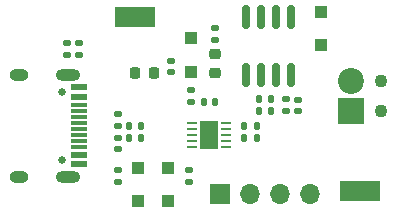
<source format=gts>
%TF.GenerationSoftware,KiCad,Pcbnew,5.99.0-unknown-3f6811f413~130~ubuntu20.10.1*%
%TF.CreationDate,2021-09-06T20:59:45-07:00*%
%TF.ProjectId,usb_pd,7573625f-7064-42e6-9b69-6361645f7063,rev?*%
%TF.SameCoordinates,Original*%
%TF.FileFunction,Soldermask,Top*%
%TF.FilePolarity,Negative*%
%FSLAX46Y46*%
G04 Gerber Fmt 4.6, Leading zero omitted, Abs format (unit mm)*
G04 Created by KiCad (PCBNEW 5.99.0-unknown-3f6811f413~130~ubuntu20.10.1) date 2021-09-06 20:59:45*
%MOMM*%
%LPD*%
G01*
G04 APERTURE LIST*
G04 Aperture macros list*
%AMRoundRect*
0 Rectangle with rounded corners*
0 $1 Rounding radius*
0 $2 $3 $4 $5 $6 $7 $8 $9 X,Y pos of 4 corners*
0 Add a 4 corners polygon primitive as box body*
4,1,4,$2,$3,$4,$5,$6,$7,$8,$9,$2,$3,0*
0 Add four circle primitives for the rounded corners*
1,1,$1+$1,$2,$3*
1,1,$1+$1,$4,$5*
1,1,$1+$1,$6,$7*
1,1,$1+$1,$8,$9*
0 Add four rect primitives between the rounded corners*
20,1,$1+$1,$2,$3,$4,$5,0*
20,1,$1+$1,$4,$5,$6,$7,0*
20,1,$1+$1,$6,$7,$8,$9,0*
20,1,$1+$1,$8,$9,$2,$3,0*%
G04 Aperture macros list end*
%ADD10R,3.400000X1.800000*%
%ADD11R,1.700000X1.700000*%
%ADD12O,1.700000X1.700000*%
%ADD13R,1.100000X1.100000*%
%ADD14RoundRect,0.140000X-0.140000X-0.170000X0.140000X-0.170000X0.140000X0.170000X-0.140000X0.170000X0*%
%ADD15RoundRect,0.135000X-0.135000X-0.185000X0.135000X-0.185000X0.135000X0.185000X-0.135000X0.185000X0*%
%ADD16RoundRect,0.135000X-0.185000X0.135000X-0.185000X-0.135000X0.185000X-0.135000X0.185000X0.135000X0*%
%ADD17RoundRect,0.140000X-0.170000X0.140000X-0.170000X-0.140000X0.170000X-0.140000X0.170000X0.140000X0*%
%ADD18C,1.100000*%
%ADD19R,2.200000X2.200000*%
%ADD20C,2.200000*%
%ADD21RoundRect,0.135000X0.135000X0.185000X-0.135000X0.185000X-0.135000X-0.185000X0.135000X-0.185000X0*%
%ADD22RoundRect,0.135000X0.185000X-0.135000X0.185000X0.135000X-0.185000X0.135000X-0.185000X-0.135000X0*%
%ADD23C,0.650000*%
%ADD24R,1.450000X0.600000*%
%ADD25R,1.450000X0.300000*%
%ADD26O,2.100000X1.000000*%
%ADD27O,1.600000X1.000000*%
%ADD28RoundRect,0.140000X0.170000X-0.140000X0.170000X0.140000X-0.170000X0.140000X-0.170000X-0.140000X0*%
%ADD29RoundRect,0.147500X0.172500X-0.147500X0.172500X0.147500X-0.172500X0.147500X-0.172500X-0.147500X0*%
%ADD30RoundRect,0.218750X-0.218750X-0.256250X0.218750X-0.256250X0.218750X0.256250X-0.218750X0.256250X0*%
%ADD31RoundRect,0.218750X-0.256250X0.218750X-0.256250X-0.218750X0.256250X-0.218750X0.256250X0.218750X0*%
%ADD32RoundRect,0.062500X-0.362500X-0.062500X0.362500X-0.062500X0.362500X0.062500X-0.362500X0.062500X0*%
%ADD33R,1.650000X2.380000*%
%ADD34RoundRect,0.150000X0.150000X-0.825000X0.150000X0.825000X-0.150000X0.825000X-0.150000X-0.825000X0*%
%ADD35RoundRect,0.147500X-0.172500X0.147500X-0.172500X-0.147500X0.172500X-0.147500X0.172500X0.147500X0*%
G04 APERTURE END LIST*
D10*
%TO.C,TP102*%
X110250000Y-124500000D03*
%TD*%
%TO.C,TP101*%
X91250000Y-109750000D03*
%TD*%
D11*
%TO.C,J102*%
X98450000Y-124750000D03*
D12*
X100990000Y-124750000D03*
X103530000Y-124750000D03*
X106070000Y-124750000D03*
%TD*%
D13*
%TO.C,D107*%
X107000000Y-109350000D03*
X107000000Y-112150000D03*
%TD*%
D14*
%TO.C,C103*%
X97020000Y-117000000D03*
X97980000Y-117000000D03*
%TD*%
D15*
%TO.C,R109*%
X100490000Y-120000000D03*
X101510000Y-120000000D03*
%TD*%
D13*
%TO.C,D106*%
X96000000Y-114400000D03*
X96000000Y-111600000D03*
%TD*%
D16*
%TO.C,R103*%
X95750000Y-122740000D03*
X95750000Y-123760000D03*
%TD*%
D17*
%TO.C,C104*%
X105000000Y-117730000D03*
X105000000Y-116770000D03*
%TD*%
D15*
%TO.C,R108*%
X100490000Y-119000000D03*
X101510000Y-119000000D03*
%TD*%
D18*
%TO.C,J103*%
X112040000Y-117750000D03*
X112040000Y-115210000D03*
D19*
X109500000Y-117750000D03*
D20*
X109500000Y-115210000D03*
%TD*%
D21*
%TO.C,R105*%
X90740000Y-119000000D03*
X91760000Y-119000000D03*
%TD*%
D16*
%TO.C,R112*%
X104000000Y-116720000D03*
X104000000Y-117740000D03*
%TD*%
D22*
%TO.C,R101*%
X85500000Y-111990000D03*
X85500000Y-113010000D03*
%TD*%
D16*
%TO.C,R107*%
X96000000Y-116000000D03*
X96000000Y-117020000D03*
%TD*%
D23*
%TO.C,J101*%
X85040000Y-121890000D03*
X85040000Y-116110000D03*
D24*
X86485000Y-115750000D03*
X86485000Y-116550000D03*
D25*
X86485000Y-117750000D03*
X86485000Y-118750000D03*
X86485000Y-119250000D03*
X86485000Y-120250000D03*
D24*
X86485000Y-121450000D03*
X86485000Y-122250000D03*
X86485000Y-122250000D03*
X86485000Y-121450000D03*
D25*
X86485000Y-120750000D03*
X86485000Y-119750000D03*
X86485000Y-118250000D03*
X86485000Y-117250000D03*
D24*
X86485000Y-116550000D03*
X86485000Y-115750000D03*
D26*
X85570000Y-123320000D03*
D27*
X81390000Y-123320000D03*
D26*
X85570000Y-114680000D03*
D27*
X81390000Y-114680000D03*
%TD*%
D28*
%TO.C,C101*%
X86500000Y-112980000D03*
X86500000Y-112020000D03*
%TD*%
D15*
%TO.C,R110*%
X101740000Y-116730000D03*
X102760000Y-116730000D03*
%TD*%
D29*
%TO.C,D101*%
X89750000Y-118015000D03*
X89750000Y-118985000D03*
%TD*%
D30*
%TO.C,FB101*%
X91212500Y-114500000D03*
X92787500Y-114500000D03*
%TD*%
D22*
%TO.C,R106*%
X98000000Y-111760000D03*
X98000000Y-110740000D03*
%TD*%
D31*
%TO.C,D105*%
X98000000Y-112925000D03*
X98000000Y-114500000D03*
%TD*%
D32*
%TO.C,U101*%
X96050000Y-118750000D03*
X96050000Y-119250000D03*
X96050000Y-119750000D03*
X96050000Y-120250000D03*
X96050000Y-120750000D03*
X98950000Y-120750000D03*
X98950000Y-120250000D03*
X98950000Y-119750000D03*
X98950000Y-119250000D03*
X98950000Y-118750000D03*
D33*
X97500000Y-119750000D03*
%TD*%
D21*
%TO.C,R111*%
X102760000Y-117730000D03*
X101740000Y-117730000D03*
%TD*%
%TO.C,R104*%
X91760000Y-120000000D03*
X90740000Y-120000000D03*
%TD*%
D13*
%TO.C,D104*%
X94000000Y-122600000D03*
X94000000Y-125400000D03*
%TD*%
D28*
%TO.C,C102*%
X94250000Y-114480000D03*
X94250000Y-113520000D03*
%TD*%
D34*
%TO.C,Q101*%
X100595000Y-109775000D03*
X101865000Y-109775000D03*
X103135000Y-109775000D03*
X104405000Y-109775000D03*
X104405000Y-114725000D03*
X103135000Y-114725000D03*
X101865000Y-114725000D03*
X100595000Y-114725000D03*
%TD*%
D35*
%TO.C,D102*%
X89750000Y-120985000D03*
X89750000Y-120015000D03*
%TD*%
D16*
%TO.C,R102*%
X89750000Y-122740000D03*
X89750000Y-123760000D03*
%TD*%
D13*
%TO.C,D103*%
X91500000Y-122600000D03*
X91500000Y-125400000D03*
%TD*%
M02*

</source>
